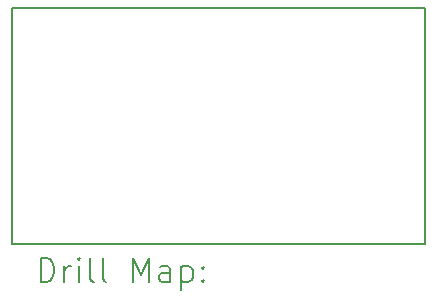
<source format=gbr>
%TF.GenerationSoftware,KiCad,Pcbnew,(6.0.8)*%
%TF.CreationDate,2022-12-16T18:18:47+01:00*%
%TF.ProjectId,Single-DCDC-Converter-Rev3,53696e67-6c65-42d4-9443-44432d436f6e,rev?*%
%TF.SameCoordinates,Original*%
%TF.FileFunction,Drillmap*%
%TF.FilePolarity,Positive*%
%FSLAX45Y45*%
G04 Gerber Fmt 4.5, Leading zero omitted, Abs format (unit mm)*
G04 Created by KiCad (PCBNEW (6.0.8)) date 2022-12-16 18:18:47*
%MOMM*%
%LPD*%
G01*
G04 APERTURE LIST*
%ADD10C,0.200000*%
G04 APERTURE END LIST*
D10*
X8124000Y-7835500D02*
X11624000Y-7835500D01*
X11624000Y-7835500D02*
X11624000Y-9835500D01*
X11624000Y-9835500D02*
X8124000Y-9835500D01*
X8124000Y-9835500D02*
X8124000Y-7835500D01*
X8371619Y-10155976D02*
X8371619Y-9955976D01*
X8419238Y-9955976D01*
X8447810Y-9965500D01*
X8466857Y-9984548D01*
X8476381Y-10003595D01*
X8485905Y-10041690D01*
X8485905Y-10070262D01*
X8476381Y-10108357D01*
X8466857Y-10127405D01*
X8447810Y-10146452D01*
X8419238Y-10155976D01*
X8371619Y-10155976D01*
X8571619Y-10155976D02*
X8571619Y-10022643D01*
X8571619Y-10060738D02*
X8581143Y-10041690D01*
X8590667Y-10032167D01*
X8609714Y-10022643D01*
X8628762Y-10022643D01*
X8695429Y-10155976D02*
X8695429Y-10022643D01*
X8695429Y-9955976D02*
X8685905Y-9965500D01*
X8695429Y-9975024D01*
X8704952Y-9965500D01*
X8695429Y-9955976D01*
X8695429Y-9975024D01*
X8819238Y-10155976D02*
X8800190Y-10146452D01*
X8790667Y-10127405D01*
X8790667Y-9955976D01*
X8924000Y-10155976D02*
X8904952Y-10146452D01*
X8895429Y-10127405D01*
X8895429Y-9955976D01*
X9152571Y-10155976D02*
X9152571Y-9955976D01*
X9219238Y-10098833D01*
X9285905Y-9955976D01*
X9285905Y-10155976D01*
X9466857Y-10155976D02*
X9466857Y-10051214D01*
X9457333Y-10032167D01*
X9438286Y-10022643D01*
X9400190Y-10022643D01*
X9381143Y-10032167D01*
X9466857Y-10146452D02*
X9447810Y-10155976D01*
X9400190Y-10155976D01*
X9381143Y-10146452D01*
X9371619Y-10127405D01*
X9371619Y-10108357D01*
X9381143Y-10089310D01*
X9400190Y-10079786D01*
X9447810Y-10079786D01*
X9466857Y-10070262D01*
X9562095Y-10022643D02*
X9562095Y-10222643D01*
X9562095Y-10032167D02*
X9581143Y-10022643D01*
X9619238Y-10022643D01*
X9638286Y-10032167D01*
X9647810Y-10041690D01*
X9657333Y-10060738D01*
X9657333Y-10117881D01*
X9647810Y-10136929D01*
X9638286Y-10146452D01*
X9619238Y-10155976D01*
X9581143Y-10155976D01*
X9562095Y-10146452D01*
X9743048Y-10136929D02*
X9752571Y-10146452D01*
X9743048Y-10155976D01*
X9733524Y-10146452D01*
X9743048Y-10136929D01*
X9743048Y-10155976D01*
X9743048Y-10032167D02*
X9752571Y-10041690D01*
X9743048Y-10051214D01*
X9733524Y-10041690D01*
X9743048Y-10032167D01*
X9743048Y-10051214D01*
M02*

</source>
